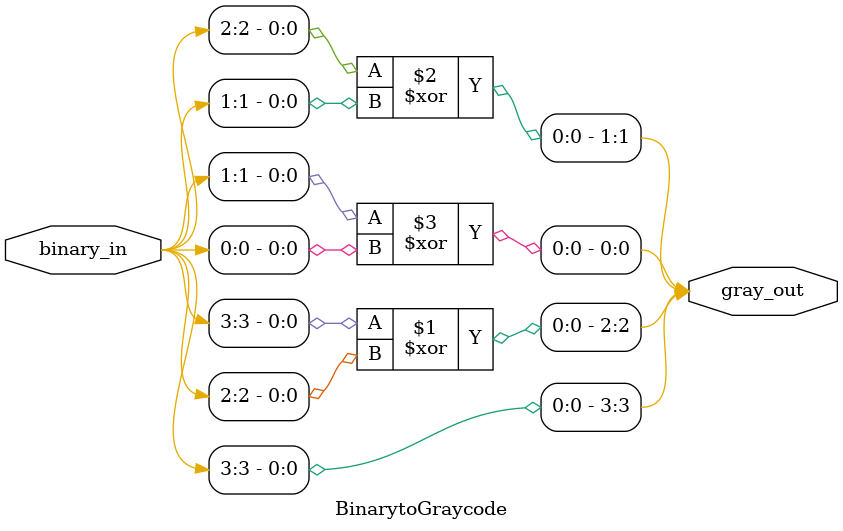
<source format=v>
`timescale 1ns / 1ps

module BinarytoGraycode(
    input [3:0] binary_in,
    output [3:0] gray_out
    );
    
    buf buf1(gray_out[3], binary_in[3]);
    xor xor1(gray_out[2], binary_in[3], binary_in[2]),
        xor2(gray_out[1], binary_in[2], binary_in[1]),
	    xor3(gray_out[0], binary_in[1], binary_in[0]);
	    
endmodule

</source>
